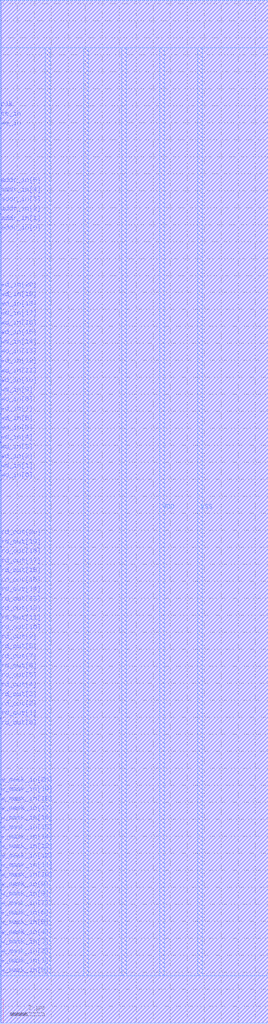
<source format=lef>
VERSION 5.7 ;
BUSBITCHARS "[]" ;
MACRO fakeram45_64x21
  FOREIGN fakeram45_64x21 0 0 ;
  SYMMETRY X Y R90 ;
  SIZE 0.19 BY 1.4 ;
  CLASS BLOCK ;
  PIN w_mask_in[0]
    DIRECTION INPUT ;
    USE SIGNAL ;
    SHAPE ABUTMENT ;
    PORT
      LAYER metal3 ;
      RECT 0.000 2.800 0.070 2.870 ;
    END
  END w_mask_in[0]
  PIN w_mask_in[1]
    DIRECTION INPUT ;
    USE SIGNAL ;
    SHAPE ABUTMENT ;
    PORT
      LAYER metal3 ;
      RECT 0.000 3.360 0.070 3.430 ;
    END
  END w_mask_in[1]
  PIN w_mask_in[2]
    DIRECTION INPUT ;
    USE SIGNAL ;
    SHAPE ABUTMENT ;
    PORT
      LAYER metal3 ;
      RECT 0.000 3.920 0.070 3.990 ;
    END
  END w_mask_in[2]
  PIN w_mask_in[3]
    DIRECTION INPUT ;
    USE SIGNAL ;
    SHAPE ABUTMENT ;
    PORT
      LAYER metal3 ;
      RECT 0.000 4.480 0.070 4.550 ;
    END
  END w_mask_in[3]
  PIN w_mask_in[4]
    DIRECTION INPUT ;
    USE SIGNAL ;
    SHAPE ABUTMENT ;
    PORT
      LAYER metal3 ;
      RECT 0.000 5.040 0.070 5.110 ;
    END
  END w_mask_in[4]
  PIN w_mask_in[5]
    DIRECTION INPUT ;
    USE SIGNAL ;
    SHAPE ABUTMENT ;
    PORT
      LAYER metal3 ;
      RECT 0.000 5.600 0.070 5.670 ;
    END
  END w_mask_in[5]
  PIN w_mask_in[6]
    DIRECTION INPUT ;
    USE SIGNAL ;
    SHAPE ABUTMENT ;
    PORT
      LAYER metal3 ;
      RECT 0.000 6.160 0.070 6.230 ;
    END
  END w_mask_in[6]
  PIN w_mask_in[7]
    DIRECTION INPUT ;
    USE SIGNAL ;
    SHAPE ABUTMENT ;
    PORT
      LAYER metal3 ;
      RECT 0.000 6.720 0.070 6.790 ;
    END
  END w_mask_in[7]
  PIN w_mask_in[8]
    DIRECTION INPUT ;
    USE SIGNAL ;
    SHAPE ABUTMENT ;
    PORT
      LAYER metal3 ;
      RECT 0.000 7.280 0.070 7.350 ;
    END
  END w_mask_in[8]
  PIN w_mask_in[9]
    DIRECTION INPUT ;
    USE SIGNAL ;
    SHAPE ABUTMENT ;
    PORT
      LAYER metal3 ;
      RECT 0.000 7.840 0.070 7.910 ;
    END
  END w_mask_in[9]
  PIN w_mask_in[10]
    DIRECTION INPUT ;
    USE SIGNAL ;
    SHAPE ABUTMENT ;
    PORT
      LAYER metal3 ;
      RECT 0.000 8.400 0.070 8.470 ;
    END
  END w_mask_in[10]
  PIN w_mask_in[11]
    DIRECTION INPUT ;
    USE SIGNAL ;
    SHAPE ABUTMENT ;
    PORT
      LAYER metal3 ;
      RECT 0.000 8.960 0.070 9.030 ;
    END
  END w_mask_in[11]
  PIN w_mask_in[12]
    DIRECTION INPUT ;
    USE SIGNAL ;
    SHAPE ABUTMENT ;
    PORT
      LAYER metal3 ;
      RECT 0.000 9.520 0.070 9.590 ;
    END
  END w_mask_in[12]
  PIN w_mask_in[13]
    DIRECTION INPUT ;
    USE SIGNAL ;
    SHAPE ABUTMENT ;
    PORT
      LAYER metal3 ;
      RECT 0.000 10.080 0.070 10.150 ;
    END
  END w_mask_in[13]
  PIN w_mask_in[14]
    DIRECTION INPUT ;
    USE SIGNAL ;
    SHAPE ABUTMENT ;
    PORT
      LAYER metal3 ;
      RECT 0.000 10.640 0.070 10.710 ;
    END
  END w_mask_in[14]
  PIN w_mask_in[15]
    DIRECTION INPUT ;
    USE SIGNAL ;
    SHAPE ABUTMENT ;
    PORT
      LAYER metal3 ;
      RECT 0.000 11.200 0.070 11.270 ;
    END
  END w_mask_in[15]
  PIN w_mask_in[16]
    DIRECTION INPUT ;
    USE SIGNAL ;
    SHAPE ABUTMENT ;
    PORT
      LAYER metal3 ;
      RECT 0.000 11.760 0.070 11.830 ;
    END
  END w_mask_in[16]
  PIN w_mask_in[17]
    DIRECTION INPUT ;
    USE SIGNAL ;
    SHAPE ABUTMENT ;
    PORT
      LAYER metal3 ;
      RECT 0.000 12.320 0.070 12.390 ;
    END
  END w_mask_in[17]
  PIN w_mask_in[18]
    DIRECTION INPUT ;
    USE SIGNAL ;
    SHAPE ABUTMENT ;
    PORT
      LAYER metal3 ;
      RECT 0.000 12.880 0.070 12.950 ;
    END
  END w_mask_in[18]
  PIN w_mask_in[19]
    DIRECTION INPUT ;
    USE SIGNAL ;
    SHAPE ABUTMENT ;
    PORT
      LAYER metal3 ;
      RECT 0.000 13.440 0.070 13.510 ;
    END
  END w_mask_in[19]
  PIN w_mask_in[20]
    DIRECTION INPUT ;
    USE SIGNAL ;
    SHAPE ABUTMENT ;
    PORT
      LAYER metal3 ;
      RECT 0.000 14.000 0.070 14.070 ;
    END
  END w_mask_in[20]
  PIN rd_out[0]
    DIRECTION OUTPUT ;
    USE SIGNAL ;
    SHAPE ABUTMENT ;
    PORT
      LAYER metal3 ;
      RECT 0.000 17.360 0.070 17.430 ;
    END
  END rd_out[0]
  PIN rd_out[1]
    DIRECTION OUTPUT ;
    USE SIGNAL ;
    SHAPE ABUTMENT ;
    PORT
      LAYER metal3 ;
      RECT 0.000 17.920 0.070 17.990 ;
    END
  END rd_out[1]
  PIN rd_out[2]
    DIRECTION OUTPUT ;
    USE SIGNAL ;
    SHAPE ABUTMENT ;
    PORT
      LAYER metal3 ;
      RECT 0.000 18.480 0.070 18.550 ;
    END
  END rd_out[2]
  PIN rd_out[3]
    DIRECTION OUTPUT ;
    USE SIGNAL ;
    SHAPE ABUTMENT ;
    PORT
      LAYER metal3 ;
      RECT 0.000 19.040 0.070 19.110 ;
    END
  END rd_out[3]
  PIN rd_out[4]
    DIRECTION OUTPUT ;
    USE SIGNAL ;
    SHAPE ABUTMENT ;
    PORT
      LAYER metal3 ;
      RECT 0.000 19.600 0.070 19.670 ;
    END
  END rd_out[4]
  PIN rd_out[5]
    DIRECTION OUTPUT ;
    USE SIGNAL ;
    SHAPE ABUTMENT ;
    PORT
      LAYER metal3 ;
      RECT 0.000 20.160 0.070 20.230 ;
    END
  END rd_out[5]
  PIN rd_out[6]
    DIRECTION OUTPUT ;
    USE SIGNAL ;
    SHAPE ABUTMENT ;
    PORT
      LAYER metal3 ;
      RECT 0.000 20.720 0.070 20.790 ;
    END
  END rd_out[6]
  PIN rd_out[7]
    DIRECTION OUTPUT ;
    USE SIGNAL ;
    SHAPE ABUTMENT ;
    PORT
      LAYER metal3 ;
      RECT 0.000 21.280 0.070 21.350 ;
    END
  END rd_out[7]
  PIN rd_out[8]
    DIRECTION OUTPUT ;
    USE SIGNAL ;
    SHAPE ABUTMENT ;
    PORT
      LAYER metal3 ;
      RECT 0.000 21.840 0.070 21.910 ;
    END
  END rd_out[8]
  PIN rd_out[9]
    DIRECTION OUTPUT ;
    USE SIGNAL ;
    SHAPE ABUTMENT ;
    PORT
      LAYER metal3 ;
      RECT 0.000 22.400 0.070 22.470 ;
    END
  END rd_out[9]
  PIN rd_out[10]
    DIRECTION OUTPUT ;
    USE SIGNAL ;
    SHAPE ABUTMENT ;
    PORT
      LAYER metal3 ;
      RECT 0.000 22.960 0.070 23.030 ;
    END
  END rd_out[10]
  PIN rd_out[11]
    DIRECTION OUTPUT ;
    USE SIGNAL ;
    SHAPE ABUTMENT ;
    PORT
      LAYER metal3 ;
      RECT 0.000 23.520 0.070 23.590 ;
    END
  END rd_out[11]
  PIN rd_out[12]
    DIRECTION OUTPUT ;
    USE SIGNAL ;
    SHAPE ABUTMENT ;
    PORT
      LAYER metal3 ;
      RECT 0.000 24.080 0.070 24.150 ;
    END
  END rd_out[12]
  PIN rd_out[13]
    DIRECTION OUTPUT ;
    USE SIGNAL ;
    SHAPE ABUTMENT ;
    PORT
      LAYER metal3 ;
      RECT 0.000 24.640 0.070 24.710 ;
    END
  END rd_out[13]
  PIN rd_out[14]
    DIRECTION OUTPUT ;
    USE SIGNAL ;
    SHAPE ABUTMENT ;
    PORT
      LAYER metal3 ;
      RECT 0.000 25.200 0.070 25.270 ;
    END
  END rd_out[14]
  PIN rd_out[15]
    DIRECTION OUTPUT ;
    USE SIGNAL ;
    SHAPE ABUTMENT ;
    PORT
      LAYER metal3 ;
      RECT 0.000 25.760 0.070 25.830 ;
    END
  END rd_out[15]
  PIN rd_out[16]
    DIRECTION OUTPUT ;
    USE SIGNAL ;
    SHAPE ABUTMENT ;
    PORT
      LAYER metal3 ;
      RECT 0.000 26.320 0.070 26.390 ;
    END
  END rd_out[16]
  PIN rd_out[17]
    DIRECTION OUTPUT ;
    USE SIGNAL ;
    SHAPE ABUTMENT ;
    PORT
      LAYER metal3 ;
      RECT 0.000 26.880 0.070 26.950 ;
    END
  END rd_out[17]
  PIN rd_out[18]
    DIRECTION OUTPUT ;
    USE SIGNAL ;
    SHAPE ABUTMENT ;
    PORT
      LAYER metal3 ;
      RECT 0.000 27.440 0.070 27.510 ;
    END
  END rd_out[18]
  PIN rd_out[19]
    DIRECTION OUTPUT ;
    USE SIGNAL ;
    SHAPE ABUTMENT ;
    PORT
      LAYER metal3 ;
      RECT 0.000 28.000 0.070 28.070 ;
    END
  END rd_out[19]
  PIN rd_out[20]
    DIRECTION OUTPUT ;
    USE SIGNAL ;
    SHAPE ABUTMENT ;
    PORT
      LAYER metal3 ;
      RECT 0.000 28.560 0.070 28.630 ;
    END
  END rd_out[20]
  PIN wd_in[0]
    DIRECTION INPUT ;
    USE SIGNAL ;
    SHAPE ABUTMENT ;
    PORT
      LAYER metal3 ;
      RECT 0.000 31.920 0.070 31.990 ;
    END
  END wd_in[0]
  PIN wd_in[1]
    DIRECTION INPUT ;
    USE SIGNAL ;
    SHAPE ABUTMENT ;
    PORT
      LAYER metal3 ;
      RECT 0.000 32.480 0.070 32.550 ;
    END
  END wd_in[1]
  PIN wd_in[2]
    DIRECTION INPUT ;
    USE SIGNAL ;
    SHAPE ABUTMENT ;
    PORT
      LAYER metal3 ;
      RECT 0.000 33.040 0.070 33.110 ;
    END
  END wd_in[2]
  PIN wd_in[3]
    DIRECTION INPUT ;
    USE SIGNAL ;
    SHAPE ABUTMENT ;
    PORT
      LAYER metal3 ;
      RECT 0.000 33.600 0.070 33.670 ;
    END
  END wd_in[3]
  PIN wd_in[4]
    DIRECTION INPUT ;
    USE SIGNAL ;
    SHAPE ABUTMENT ;
    PORT
      LAYER metal3 ;
      RECT 0.000 34.160 0.070 34.230 ;
    END
  END wd_in[4]
  PIN wd_in[5]
    DIRECTION INPUT ;
    USE SIGNAL ;
    SHAPE ABUTMENT ;
    PORT
      LAYER metal3 ;
      RECT 0.000 34.720 0.070 34.790 ;
    END
  END wd_in[5]
  PIN wd_in[6]
    DIRECTION INPUT ;
    USE SIGNAL ;
    SHAPE ABUTMENT ;
    PORT
      LAYER metal3 ;
      RECT 0.000 35.280 0.070 35.350 ;
    END
  END wd_in[6]
  PIN wd_in[7]
    DIRECTION INPUT ;
    USE SIGNAL ;
    SHAPE ABUTMENT ;
    PORT
      LAYER metal3 ;
      RECT 0.000 35.840 0.070 35.910 ;
    END
  END wd_in[7]
  PIN wd_in[8]
    DIRECTION INPUT ;
    USE SIGNAL ;
    SHAPE ABUTMENT ;
    PORT
      LAYER metal3 ;
      RECT 0.000 36.400 0.070 36.470 ;
    END
  END wd_in[8]
  PIN wd_in[9]
    DIRECTION INPUT ;
    USE SIGNAL ;
    SHAPE ABUTMENT ;
    PORT
      LAYER metal3 ;
      RECT 0.000 36.960 0.070 37.030 ;
    END
  END wd_in[9]
  PIN wd_in[10]
    DIRECTION INPUT ;
    USE SIGNAL ;
    SHAPE ABUTMENT ;
    PORT
      LAYER metal3 ;
      RECT 0.000 37.520 0.070 37.590 ;
    END
  END wd_in[10]
  PIN wd_in[11]
    DIRECTION INPUT ;
    USE SIGNAL ;
    SHAPE ABUTMENT ;
    PORT
      LAYER metal3 ;
      RECT 0.000 38.080 0.070 38.150 ;
    END
  END wd_in[11]
  PIN wd_in[12]
    DIRECTION INPUT ;
    USE SIGNAL ;
    SHAPE ABUTMENT ;
    PORT
      LAYER metal3 ;
      RECT 0.000 38.640 0.070 38.710 ;
    END
  END wd_in[12]
  PIN wd_in[13]
    DIRECTION INPUT ;
    USE SIGNAL ;
    SHAPE ABUTMENT ;
    PORT
      LAYER metal3 ;
      RECT 0.000 39.200 0.070 39.270 ;
    END
  END wd_in[13]
  PIN wd_in[14]
    DIRECTION INPUT ;
    USE SIGNAL ;
    SHAPE ABUTMENT ;
    PORT
      LAYER metal3 ;
      RECT 0.000 39.760 0.070 39.830 ;
    END
  END wd_in[14]
  PIN wd_in[15]
    DIRECTION INPUT ;
    USE SIGNAL ;
    SHAPE ABUTMENT ;
    PORT
      LAYER metal3 ;
      RECT 0.000 40.320 0.070 40.390 ;
    END
  END wd_in[15]
  PIN wd_in[16]
    DIRECTION INPUT ;
    USE SIGNAL ;
    SHAPE ABUTMENT ;
    PORT
      LAYER metal3 ;
      RECT 0.000 40.880 0.070 40.950 ;
    END
  END wd_in[16]
  PIN wd_in[17]
    DIRECTION INPUT ;
    USE SIGNAL ;
    SHAPE ABUTMENT ;
    PORT
      LAYER metal3 ;
      RECT 0.000 41.440 0.070 41.510 ;
    END
  END wd_in[17]
  PIN wd_in[18]
    DIRECTION INPUT ;
    USE SIGNAL ;
    SHAPE ABUTMENT ;
    PORT
      LAYER metal3 ;
      RECT 0.000 42.000 0.070 42.070 ;
    END
  END wd_in[18]
  PIN wd_in[19]
    DIRECTION INPUT ;
    USE SIGNAL ;
    SHAPE ABUTMENT ;
    PORT
      LAYER metal3 ;
      RECT 0.000 42.560 0.070 42.630 ;
    END
  END wd_in[19]
  PIN wd_in[20]
    DIRECTION INPUT ;
    USE SIGNAL ;
    SHAPE ABUTMENT ;
    PORT
      LAYER metal3 ;
      RECT 0.000 43.120 0.070 43.190 ;
    END
  END wd_in[20]
  PIN addr_in[0]
    DIRECTION INPUT ;
    USE SIGNAL ;
    SHAPE ABUTMENT ;
    PORT
      LAYER metal3 ;
      RECT 0.000 46.480 0.070 46.550 ;
    END
  END addr_in[0]
  PIN addr_in[1]
    DIRECTION INPUT ;
    USE SIGNAL ;
    SHAPE ABUTMENT ;
    PORT
      LAYER metal3 ;
      RECT 0.000 47.040 0.070 47.110 ;
    END
  END addr_in[1]
  PIN addr_in[2]
    DIRECTION INPUT ;
    USE SIGNAL ;
    SHAPE ABUTMENT ;
    PORT
      LAYER metal3 ;
      RECT 0.000 47.600 0.070 47.670 ;
    END
  END addr_in[2]
  PIN addr_in[3]
    DIRECTION INPUT ;
    USE SIGNAL ;
    SHAPE ABUTMENT ;
    PORT
      LAYER metal3 ;
      RECT 0.000 48.160 0.070 48.230 ;
    END
  END addr_in[3]
  PIN addr_in[4]
    DIRECTION INPUT ;
    USE SIGNAL ;
    SHAPE ABUTMENT ;
    PORT
      LAYER metal3 ;
      RECT 0.000 48.720 0.070 48.790 ;
    END
  END addr_in[4]
  PIN addr_in[5]
    DIRECTION INPUT ;
    USE SIGNAL ;
    SHAPE ABUTMENT ;
    PORT
      LAYER metal3 ;
      RECT 0.000 49.280 0.070 49.350 ;
    END
  END addr_in[5]
  PIN we_in
    DIRECTION INPUT ;
    USE SIGNAL ;
    SHAPE ABUTMENT ;
    PORT
      LAYER metal3 ;
      RECT 0.000 52.640 0.070 52.710 ;
    END
  END we_in
  PIN ce_in
    DIRECTION INPUT ;
    USE SIGNAL ;
    SHAPE ABUTMENT ;
    PORT
      LAYER metal3 ;
      RECT 0.000 53.200 0.070 53.270 ;
    END
  END ce_in
  PIN clk
    DIRECTION INPUT ;
    USE SIGNAL ;
    SHAPE ABUTMENT ;
    PORT
      LAYER metal3 ;
      RECT 0.000 53.760 0.070 53.830 ;
    END
  END clk
  PIN VSS
    DIRECTION INOUT ;
    USE GROUND ;
    PORT
      LAYER metal4 ;
      RECT 2.660 2.800 2.940 57.400 ;
      RECT 7.140 2.800 7.420 57.400 ;
      RECT 11.620 2.800 11.900 57.400 ;
    END
  END VSS
  PIN VDD
    DIRECTION INOUT ;
    USE POWER ;
    PORT
      LAYER metal4 ;
      RECT 4.900 2.800 5.180 57.400 ;
      RECT 9.380 2.800 9.660 57.400 ;
    END
  END VDD
  OBS
    LAYER metal1 ;
    RECT 0 0 15.770 60.200 ;
    LAYER metal2 ;
    RECT 0 0 15.770 60.200 ;
    LAYER metal3 ;
    RECT 0.070 0 15.770 60.200 ;
    RECT 0 0.000 0.070 2.800 ;
    RECT 0 2.870 0.070 3.360 ;
    RECT 0 3.430 0.070 3.920 ;
    RECT 0 3.990 0.070 4.480 ;
    RECT 0 4.550 0.070 5.040 ;
    RECT 0 5.110 0.070 5.600 ;
    RECT 0 5.670 0.070 6.160 ;
    RECT 0 6.230 0.070 6.720 ;
    RECT 0 6.790 0.070 7.280 ;
    RECT 0 7.350 0.070 7.840 ;
    RECT 0 7.910 0.070 8.400 ;
    RECT 0 8.470 0.070 8.960 ;
    RECT 0 9.030 0.070 9.520 ;
    RECT 0 9.590 0.070 10.080 ;
    RECT 0 10.150 0.070 10.640 ;
    RECT 0 10.710 0.070 11.200 ;
    RECT 0 11.270 0.070 11.760 ;
    RECT 0 11.830 0.070 12.320 ;
    RECT 0 12.390 0.070 12.880 ;
    RECT 0 12.950 0.070 13.440 ;
    RECT 0 13.510 0.070 14.000 ;
    RECT 0 14.070 0.070 17.360 ;
    RECT 0 17.430 0.070 17.920 ;
    RECT 0 17.990 0.070 18.480 ;
    RECT 0 18.550 0.070 19.040 ;
    RECT 0 19.110 0.070 19.600 ;
    RECT 0 19.670 0.070 20.160 ;
    RECT 0 20.230 0.070 20.720 ;
    RECT 0 20.790 0.070 21.280 ;
    RECT 0 21.350 0.070 21.840 ;
    RECT 0 21.910 0.070 22.400 ;
    RECT 0 22.470 0.070 22.960 ;
    RECT 0 23.030 0.070 23.520 ;
    RECT 0 23.590 0.070 24.080 ;
    RECT 0 24.150 0.070 24.640 ;
    RECT 0 24.710 0.070 25.200 ;
    RECT 0 25.270 0.070 25.760 ;
    RECT 0 25.830 0.070 26.320 ;
    RECT 0 26.390 0.070 26.880 ;
    RECT 0 26.950 0.070 27.440 ;
    RECT 0 27.510 0.070 28.000 ;
    RECT 0 28.070 0.070 28.560 ;
    RECT 0 28.630 0.070 31.920 ;
    RECT 0 31.990 0.070 32.480 ;
    RECT 0 32.550 0.070 33.040 ;
    RECT 0 33.110 0.070 33.600 ;
    RECT 0 33.670 0.070 34.160 ;
    RECT 0 34.230 0.070 34.720 ;
    RECT 0 34.790 0.070 35.280 ;
    RECT 0 35.350 0.070 35.840 ;
    RECT 0 35.910 0.070 36.400 ;
    RECT 0 36.470 0.070 36.960 ;
    RECT 0 37.030 0.070 37.520 ;
    RECT 0 37.590 0.070 38.080 ;
    RECT 0 38.150 0.070 38.640 ;
    RECT 0 38.710 0.070 39.200 ;
    RECT 0 39.270 0.070 39.760 ;
    RECT 0 39.830 0.070 40.320 ;
    RECT 0 40.390 0.070 40.880 ;
    RECT 0 40.950 0.070 41.440 ;
    RECT 0 41.510 0.070 42.000 ;
    RECT 0 42.070 0.070 42.560 ;
    RECT 0 42.630 0.070 43.120 ;
    RECT 0 43.190 0.070 46.480 ;
    RECT 0 46.550 0.070 47.040 ;
    RECT 0 47.110 0.070 47.600 ;
    RECT 0 47.670 0.070 48.160 ;
    RECT 0 48.230 0.070 48.720 ;
    RECT 0 48.790 0.070 49.280 ;
    RECT 0 49.350 0.070 52.640 ;
    RECT 0 52.710 0.070 53.200 ;
    RECT 0 53.270 0.070 53.760 ;
    RECT 0 53.830 0.070 60.200 ;
    LAYER metal4 ;
    RECT 0 0 15.770 2.800 ;
    RECT 0 57.400 15.770 60.200 ;
    RECT 0.000 2.800 2.660 57.400 ;
    RECT 2.940 2.800 4.900 57.400 ;
    RECT 5.180 2.800 7.140 57.400 ;
    RECT 7.420 2.800 9.380 57.400 ;
    RECT 9.660 2.800 11.620 57.400 ;
    RECT 11.900 2.800 15.770 57.400 ;
  END
END fakeram45_64x21

END LIBRARY

</source>
